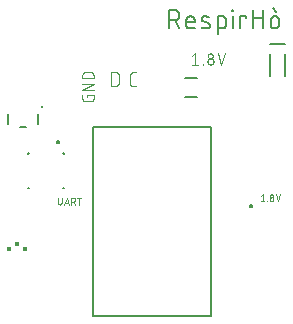
<source format=gbr>
G04 EAGLE Gerber RS-274X export*
G75*
%MOMM*%
%FSLAX34Y34*%
%LPD*%
%INSilkscreen Top*%
%IPPOS*%
%AMOC8*
5,1,8,0,0,1.08239X$1,22.5*%
G01*
%ADD10C,0.101600*%
%ADD11C,0.076200*%
%ADD12C,0.127000*%
%ADD13C,0.050800*%
%ADD14C,0.200000*%
%ADD15R,0.325000X0.425000*%
%ADD16R,0.350000X0.350000*%
%ADD17C,0.254000*%
%ADD18C,0.203200*%
%ADD19C,0.150000*%


D10*
X270877Y187960D02*
X268280Y187960D01*
X268181Y187962D01*
X268081Y187968D01*
X267982Y187977D01*
X267884Y187990D01*
X267786Y188007D01*
X267688Y188028D01*
X267592Y188053D01*
X267497Y188081D01*
X267403Y188113D01*
X267310Y188148D01*
X267218Y188187D01*
X267128Y188230D01*
X267040Y188275D01*
X266953Y188325D01*
X266869Y188377D01*
X266786Y188433D01*
X266706Y188491D01*
X266628Y188553D01*
X266553Y188618D01*
X266480Y188686D01*
X266410Y188756D01*
X266342Y188829D01*
X266277Y188904D01*
X266215Y188982D01*
X266157Y189062D01*
X266101Y189145D01*
X266049Y189229D01*
X265999Y189316D01*
X265954Y189404D01*
X265911Y189494D01*
X265872Y189586D01*
X265837Y189679D01*
X265805Y189773D01*
X265777Y189868D01*
X265752Y189964D01*
X265731Y190062D01*
X265714Y190160D01*
X265701Y190258D01*
X265692Y190357D01*
X265686Y190457D01*
X265684Y190556D01*
X265684Y197048D01*
X265686Y197147D01*
X265692Y197247D01*
X265701Y197346D01*
X265714Y197444D01*
X265731Y197542D01*
X265752Y197640D01*
X265777Y197736D01*
X265805Y197831D01*
X265837Y197925D01*
X265872Y198018D01*
X265911Y198110D01*
X265954Y198200D01*
X265999Y198288D01*
X266049Y198375D01*
X266101Y198459D01*
X266157Y198542D01*
X266215Y198622D01*
X266277Y198700D01*
X266342Y198775D01*
X266410Y198848D01*
X266480Y198918D01*
X266553Y198986D01*
X266628Y199051D01*
X266706Y199113D01*
X266786Y199171D01*
X266869Y199227D01*
X266953Y199279D01*
X267040Y199329D01*
X267128Y199374D01*
X267218Y199417D01*
X267310Y199456D01*
X267402Y199491D01*
X267497Y199523D01*
X267592Y199551D01*
X267688Y199576D01*
X267786Y199597D01*
X267884Y199614D01*
X267982Y199627D01*
X268081Y199636D01*
X268181Y199642D01*
X268280Y199644D01*
X270877Y199644D01*
X249936Y199644D02*
X249936Y187960D01*
X249936Y199644D02*
X253182Y199644D01*
X253295Y199642D01*
X253408Y199636D01*
X253521Y199626D01*
X253634Y199612D01*
X253746Y199595D01*
X253857Y199573D01*
X253967Y199548D01*
X254077Y199518D01*
X254185Y199485D01*
X254292Y199448D01*
X254398Y199408D01*
X254502Y199363D01*
X254605Y199315D01*
X254706Y199264D01*
X254805Y199209D01*
X254902Y199151D01*
X254997Y199089D01*
X255090Y199024D01*
X255180Y198956D01*
X255268Y198885D01*
X255354Y198810D01*
X255437Y198733D01*
X255517Y198653D01*
X255594Y198570D01*
X255669Y198484D01*
X255740Y198396D01*
X255808Y198306D01*
X255873Y198213D01*
X255935Y198118D01*
X255993Y198021D01*
X256048Y197922D01*
X256099Y197821D01*
X256147Y197718D01*
X256192Y197614D01*
X256232Y197508D01*
X256269Y197401D01*
X256302Y197293D01*
X256332Y197183D01*
X256357Y197073D01*
X256379Y196962D01*
X256396Y196850D01*
X256410Y196737D01*
X256420Y196624D01*
X256426Y196511D01*
X256428Y196398D01*
X256427Y196398D02*
X256427Y191206D01*
X256428Y191206D02*
X256426Y191093D01*
X256420Y190980D01*
X256410Y190867D01*
X256396Y190754D01*
X256379Y190642D01*
X256357Y190531D01*
X256332Y190421D01*
X256302Y190311D01*
X256269Y190203D01*
X256232Y190096D01*
X256192Y189990D01*
X256147Y189886D01*
X256099Y189783D01*
X256048Y189682D01*
X255993Y189583D01*
X255935Y189486D01*
X255873Y189391D01*
X255808Y189298D01*
X255740Y189208D01*
X255669Y189120D01*
X255594Y189034D01*
X255517Y188951D01*
X255437Y188871D01*
X255354Y188794D01*
X255268Y188719D01*
X255180Y188648D01*
X255090Y188580D01*
X254997Y188515D01*
X254902Y188453D01*
X254805Y188395D01*
X254706Y188340D01*
X254605Y188289D01*
X254502Y188241D01*
X254398Y188196D01*
X254292Y188156D01*
X254185Y188119D01*
X254077Y188086D01*
X253967Y188056D01*
X253857Y188031D01*
X253746Y188009D01*
X253634Y187992D01*
X253521Y187978D01*
X253408Y187968D01*
X253295Y187962D01*
X253182Y187960D01*
X249936Y187960D01*
D11*
X229602Y180264D02*
X229602Y178697D01*
X229602Y180264D02*
X234823Y180264D01*
X234823Y177131D01*
X234821Y177042D01*
X234815Y176954D01*
X234806Y176866D01*
X234793Y176778D01*
X234776Y176691D01*
X234756Y176605D01*
X234731Y176520D01*
X234704Y176435D01*
X234672Y176352D01*
X234638Y176271D01*
X234599Y176191D01*
X234558Y176113D01*
X234513Y176036D01*
X234465Y175962D01*
X234414Y175889D01*
X234360Y175819D01*
X234302Y175752D01*
X234242Y175686D01*
X234180Y175624D01*
X234114Y175564D01*
X234047Y175506D01*
X233977Y175452D01*
X233904Y175401D01*
X233830Y175353D01*
X233753Y175308D01*
X233675Y175267D01*
X233595Y175228D01*
X233514Y175194D01*
X233431Y175162D01*
X233346Y175135D01*
X233261Y175110D01*
X233175Y175090D01*
X233088Y175073D01*
X233000Y175060D01*
X232912Y175051D01*
X232824Y175045D01*
X232735Y175043D01*
X227513Y175043D01*
X227513Y175042D02*
X227422Y175044D01*
X227331Y175050D01*
X227240Y175060D01*
X227150Y175074D01*
X227061Y175092D01*
X226972Y175113D01*
X226885Y175139D01*
X226799Y175168D01*
X226714Y175201D01*
X226630Y175238D01*
X226548Y175278D01*
X226469Y175322D01*
X226391Y175369D01*
X226315Y175420D01*
X226241Y175474D01*
X226170Y175531D01*
X226102Y175591D01*
X226036Y175654D01*
X225973Y175720D01*
X225913Y175788D01*
X225856Y175859D01*
X225802Y175933D01*
X225751Y176009D01*
X225704Y176086D01*
X225660Y176166D01*
X225620Y176248D01*
X225583Y176332D01*
X225550Y176416D01*
X225521Y176503D01*
X225495Y176590D01*
X225474Y176679D01*
X225456Y176768D01*
X225442Y176858D01*
X225432Y176949D01*
X225426Y177040D01*
X225424Y177131D01*
X225425Y177131D02*
X225425Y180264D01*
X225425Y184796D02*
X234823Y184796D01*
X234823Y190017D02*
X225425Y184796D01*
X225425Y190017D02*
X234823Y190017D01*
X234823Y194550D02*
X225425Y194550D01*
X225425Y197160D01*
X225427Y197260D01*
X225433Y197360D01*
X225442Y197459D01*
X225456Y197559D01*
X225473Y197657D01*
X225494Y197755D01*
X225518Y197852D01*
X225547Y197948D01*
X225579Y198043D01*
X225614Y198136D01*
X225653Y198228D01*
X225696Y198319D01*
X225742Y198407D01*
X225792Y198494D01*
X225844Y198579D01*
X225900Y198662D01*
X225959Y198743D01*
X226022Y198821D01*
X226087Y198897D01*
X226155Y198971D01*
X226225Y199041D01*
X226299Y199109D01*
X226375Y199174D01*
X226453Y199237D01*
X226534Y199296D01*
X226617Y199352D01*
X226702Y199404D01*
X226789Y199454D01*
X226877Y199500D01*
X226968Y199543D01*
X227060Y199582D01*
X227153Y199617D01*
X227248Y199649D01*
X227344Y199678D01*
X227441Y199702D01*
X227539Y199723D01*
X227637Y199740D01*
X227737Y199754D01*
X227836Y199763D01*
X227936Y199769D01*
X228036Y199771D01*
X232212Y199771D01*
X232312Y199769D01*
X232412Y199763D01*
X232511Y199754D01*
X232611Y199740D01*
X232709Y199723D01*
X232807Y199702D01*
X232904Y199678D01*
X233000Y199649D01*
X233095Y199617D01*
X233188Y199582D01*
X233280Y199543D01*
X233371Y199500D01*
X233459Y199454D01*
X233546Y199404D01*
X233631Y199352D01*
X233714Y199296D01*
X233795Y199237D01*
X233873Y199174D01*
X233949Y199109D01*
X234023Y199041D01*
X234093Y198971D01*
X234161Y198897D01*
X234226Y198821D01*
X234289Y198743D01*
X234348Y198662D01*
X234404Y198579D01*
X234456Y198494D01*
X234506Y198407D01*
X234552Y198319D01*
X234595Y198228D01*
X234634Y198136D01*
X234669Y198043D01*
X234701Y197948D01*
X234730Y197852D01*
X234754Y197755D01*
X234775Y197657D01*
X234792Y197559D01*
X234806Y197459D01*
X234815Y197360D01*
X234821Y197260D01*
X234823Y197160D01*
X234823Y194550D01*
D12*
X298831Y236855D02*
X298831Y252349D01*
X303135Y252349D01*
X303265Y252347D01*
X303395Y252341D01*
X303525Y252331D01*
X303654Y252318D01*
X303783Y252300D01*
X303911Y252279D01*
X304038Y252253D01*
X304165Y252224D01*
X304291Y252191D01*
X304415Y252154D01*
X304539Y252114D01*
X304661Y252069D01*
X304782Y252021D01*
X304901Y251970D01*
X305019Y251915D01*
X305135Y251856D01*
X305249Y251794D01*
X305362Y251728D01*
X305472Y251659D01*
X305580Y251587D01*
X305686Y251512D01*
X305789Y251433D01*
X305890Y251351D01*
X305989Y251267D01*
X306085Y251179D01*
X306178Y251088D01*
X306269Y250995D01*
X306357Y250899D01*
X306441Y250800D01*
X306523Y250699D01*
X306602Y250596D01*
X306677Y250490D01*
X306749Y250382D01*
X306818Y250272D01*
X306884Y250159D01*
X306946Y250045D01*
X307005Y249929D01*
X307060Y249811D01*
X307111Y249692D01*
X307159Y249571D01*
X307204Y249449D01*
X307244Y249325D01*
X307281Y249201D01*
X307314Y249075D01*
X307343Y248948D01*
X307369Y248821D01*
X307390Y248693D01*
X307408Y248564D01*
X307421Y248435D01*
X307431Y248305D01*
X307437Y248175D01*
X307439Y248045D01*
X307437Y247915D01*
X307431Y247785D01*
X307421Y247655D01*
X307408Y247526D01*
X307390Y247397D01*
X307369Y247269D01*
X307343Y247142D01*
X307314Y247015D01*
X307281Y246889D01*
X307244Y246765D01*
X307204Y246641D01*
X307159Y246519D01*
X307111Y246398D01*
X307060Y246279D01*
X307005Y246161D01*
X306946Y246045D01*
X306884Y245931D01*
X306818Y245818D01*
X306749Y245708D01*
X306677Y245600D01*
X306602Y245494D01*
X306523Y245391D01*
X306441Y245290D01*
X306357Y245191D01*
X306269Y245095D01*
X306178Y245002D01*
X306085Y244911D01*
X305989Y244823D01*
X305890Y244739D01*
X305789Y244657D01*
X305686Y244578D01*
X305580Y244503D01*
X305472Y244431D01*
X305362Y244362D01*
X305249Y244296D01*
X305135Y244234D01*
X305019Y244175D01*
X304901Y244120D01*
X304782Y244069D01*
X304661Y244021D01*
X304539Y243976D01*
X304415Y243936D01*
X304291Y243899D01*
X304165Y243866D01*
X304038Y243837D01*
X303911Y243811D01*
X303783Y243790D01*
X303654Y243772D01*
X303525Y243759D01*
X303395Y243749D01*
X303265Y243743D01*
X303135Y243741D01*
X298831Y243741D01*
X303996Y243741D02*
X307439Y236855D01*
X316063Y236855D02*
X320367Y236855D01*
X316063Y236855D02*
X315964Y236857D01*
X315865Y236863D01*
X315767Y236872D01*
X315669Y236885D01*
X315571Y236902D01*
X315475Y236923D01*
X315379Y236947D01*
X315284Y236975D01*
X315190Y237007D01*
X315098Y237042D01*
X315007Y237081D01*
X314917Y237123D01*
X314830Y237169D01*
X314744Y237218D01*
X314660Y237270D01*
X314578Y237325D01*
X314498Y237384D01*
X314420Y237445D01*
X314345Y237509D01*
X314273Y237577D01*
X314203Y237647D01*
X314135Y237719D01*
X314071Y237794D01*
X314010Y237872D01*
X313951Y237952D01*
X313896Y238034D01*
X313844Y238118D01*
X313795Y238204D01*
X313749Y238291D01*
X313707Y238381D01*
X313668Y238472D01*
X313633Y238564D01*
X313601Y238658D01*
X313573Y238753D01*
X313549Y238849D01*
X313528Y238945D01*
X313511Y239043D01*
X313498Y239141D01*
X313489Y239239D01*
X313483Y239338D01*
X313481Y239437D01*
X313481Y243741D01*
X313483Y243857D01*
X313489Y243973D01*
X313499Y244089D01*
X313512Y244205D01*
X313530Y244320D01*
X313551Y244434D01*
X313577Y244548D01*
X313606Y244660D01*
X313639Y244772D01*
X313676Y244882D01*
X313716Y244991D01*
X313760Y245099D01*
X313808Y245205D01*
X313859Y245309D01*
X313914Y245412D01*
X313972Y245513D01*
X314033Y245611D01*
X314098Y245708D01*
X314166Y245802D01*
X314237Y245894D01*
X314312Y245984D01*
X314389Y246071D01*
X314469Y246155D01*
X314552Y246236D01*
X314638Y246315D01*
X314726Y246391D01*
X314817Y246464D01*
X314910Y246533D01*
X315005Y246600D01*
X315103Y246663D01*
X315203Y246723D01*
X315304Y246779D01*
X315408Y246832D01*
X315513Y246882D01*
X315620Y246927D01*
X315728Y246970D01*
X315838Y247008D01*
X315949Y247043D01*
X316061Y247074D01*
X316174Y247101D01*
X316288Y247125D01*
X316403Y247144D01*
X316518Y247160D01*
X316634Y247172D01*
X316750Y247180D01*
X316866Y247184D01*
X316982Y247184D01*
X317098Y247180D01*
X317214Y247172D01*
X317330Y247160D01*
X317445Y247144D01*
X317560Y247125D01*
X317674Y247101D01*
X317787Y247074D01*
X317899Y247043D01*
X318010Y247008D01*
X318120Y246970D01*
X318228Y246927D01*
X318335Y246882D01*
X318440Y246832D01*
X318544Y246779D01*
X318646Y246723D01*
X318745Y246663D01*
X318843Y246600D01*
X318938Y246533D01*
X319031Y246464D01*
X319122Y246391D01*
X319210Y246315D01*
X319296Y246236D01*
X319379Y246155D01*
X319459Y246071D01*
X319536Y245984D01*
X319611Y245894D01*
X319682Y245802D01*
X319750Y245708D01*
X319815Y245611D01*
X319876Y245513D01*
X319934Y245412D01*
X319989Y245309D01*
X320040Y245205D01*
X320088Y245099D01*
X320132Y244991D01*
X320172Y244882D01*
X320209Y244772D01*
X320242Y244660D01*
X320271Y244548D01*
X320297Y244434D01*
X320318Y244320D01*
X320336Y244205D01*
X320349Y244089D01*
X320359Y243973D01*
X320365Y243857D01*
X320367Y243741D01*
X320367Y242020D01*
X313481Y242020D01*
X327656Y242880D02*
X331960Y241159D01*
X327656Y242881D02*
X327570Y242917D01*
X327485Y242958D01*
X327402Y243001D01*
X327321Y243049D01*
X327242Y243099D01*
X327165Y243153D01*
X327090Y243210D01*
X327018Y243270D01*
X326949Y243334D01*
X326882Y243400D01*
X326818Y243468D01*
X326757Y243540D01*
X326700Y243614D01*
X326645Y243690D01*
X326593Y243768D01*
X326545Y243849D01*
X326501Y243931D01*
X326459Y244016D01*
X326422Y244102D01*
X326388Y244189D01*
X326358Y244278D01*
X326331Y244368D01*
X326308Y244459D01*
X326289Y244551D01*
X326275Y244644D01*
X326263Y244737D01*
X326256Y244831D01*
X326253Y244924D01*
X326254Y245018D01*
X326259Y245112D01*
X326267Y245205D01*
X326280Y245298D01*
X326296Y245391D01*
X326317Y245482D01*
X326341Y245573D01*
X326369Y245663D01*
X326401Y245751D01*
X326436Y245838D01*
X326475Y245923D01*
X326517Y246007D01*
X326564Y246089D01*
X326613Y246168D01*
X326666Y246246D01*
X326722Y246321D01*
X326781Y246394D01*
X326843Y246465D01*
X326908Y246532D01*
X326976Y246597D01*
X327046Y246659D01*
X327119Y246718D01*
X327195Y246774D01*
X327272Y246827D01*
X327352Y246876D01*
X327434Y246922D01*
X327518Y246964D01*
X327603Y247003D01*
X327690Y247039D01*
X327778Y247070D01*
X327868Y247098D01*
X327959Y247122D01*
X328050Y247142D01*
X328143Y247159D01*
X328236Y247171D01*
X328329Y247180D01*
X328423Y247184D01*
X328517Y247185D01*
X328517Y247184D02*
X328752Y247178D01*
X328986Y247166D01*
X329221Y247149D01*
X329455Y247125D01*
X329688Y247097D01*
X329920Y247062D01*
X330152Y247022D01*
X330383Y246977D01*
X330612Y246926D01*
X330840Y246870D01*
X331067Y246808D01*
X331292Y246740D01*
X331516Y246667D01*
X331737Y246589D01*
X331957Y246506D01*
X332175Y246417D01*
X332390Y246323D01*
X331960Y241159D02*
X332046Y241123D01*
X332131Y241082D01*
X332214Y241039D01*
X332295Y240991D01*
X332374Y240941D01*
X332451Y240887D01*
X332526Y240830D01*
X332598Y240770D01*
X332667Y240706D01*
X332734Y240640D01*
X332798Y240572D01*
X332859Y240500D01*
X332916Y240426D01*
X332971Y240350D01*
X333023Y240272D01*
X333071Y240191D01*
X333115Y240109D01*
X333157Y240024D01*
X333194Y239938D01*
X333228Y239851D01*
X333258Y239762D01*
X333285Y239672D01*
X333308Y239581D01*
X333327Y239489D01*
X333341Y239396D01*
X333353Y239303D01*
X333360Y239209D01*
X333363Y239116D01*
X333362Y239022D01*
X333357Y238928D01*
X333349Y238835D01*
X333336Y238742D01*
X333320Y238649D01*
X333299Y238558D01*
X333275Y238467D01*
X333247Y238377D01*
X333215Y238289D01*
X333180Y238202D01*
X333141Y238117D01*
X333099Y238033D01*
X333052Y237951D01*
X333003Y237872D01*
X332950Y237794D01*
X332894Y237719D01*
X332835Y237646D01*
X332773Y237575D01*
X332708Y237508D01*
X332640Y237443D01*
X332570Y237381D01*
X332497Y237322D01*
X332421Y237266D01*
X332344Y237213D01*
X332264Y237164D01*
X332182Y237118D01*
X332098Y237076D01*
X332013Y237037D01*
X331926Y237001D01*
X331838Y236970D01*
X331748Y236942D01*
X331657Y236918D01*
X331566Y236898D01*
X331473Y236881D01*
X331380Y236869D01*
X331287Y236860D01*
X331193Y236856D01*
X331099Y236855D01*
X330753Y236865D01*
X330409Y236882D01*
X330064Y236907D01*
X329721Y236940D01*
X329378Y236982D01*
X329036Y237032D01*
X328696Y237089D01*
X328357Y237155D01*
X328019Y237229D01*
X327684Y237311D01*
X327351Y237400D01*
X327019Y237498D01*
X326691Y237603D01*
X326364Y237716D01*
X339812Y231690D02*
X339812Y247184D01*
X344116Y247184D01*
X344217Y247182D01*
X344319Y247176D01*
X344419Y247166D01*
X344520Y247152D01*
X344620Y247134D01*
X344719Y247113D01*
X344817Y247087D01*
X344914Y247058D01*
X345010Y247024D01*
X345104Y246987D01*
X345197Y246947D01*
X345288Y246903D01*
X345378Y246855D01*
X345465Y246804D01*
X345550Y246749D01*
X345634Y246691D01*
X345714Y246630D01*
X345793Y246565D01*
X345869Y246498D01*
X345942Y246428D01*
X346012Y246355D01*
X346079Y246279D01*
X346144Y246201D01*
X346205Y246120D01*
X346263Y246036D01*
X346318Y245951D01*
X346369Y245864D01*
X346417Y245774D01*
X346461Y245683D01*
X346501Y245590D01*
X346538Y245496D01*
X346572Y245400D01*
X346601Y245303D01*
X346627Y245205D01*
X346648Y245106D01*
X346666Y245006D01*
X346680Y244906D01*
X346690Y244805D01*
X346696Y244703D01*
X346698Y244602D01*
X346699Y244602D02*
X346699Y239437D01*
X346698Y239437D02*
X346696Y239338D01*
X346690Y239239D01*
X346681Y239141D01*
X346668Y239043D01*
X346651Y238945D01*
X346630Y238849D01*
X346606Y238753D01*
X346578Y238658D01*
X346546Y238564D01*
X346511Y238472D01*
X346472Y238381D01*
X346430Y238291D01*
X346384Y238204D01*
X346335Y238118D01*
X346283Y238034D01*
X346228Y237952D01*
X346169Y237872D01*
X346108Y237794D01*
X346044Y237719D01*
X345976Y237647D01*
X345906Y237577D01*
X345834Y237509D01*
X345759Y237445D01*
X345681Y237384D01*
X345601Y237325D01*
X345519Y237270D01*
X345435Y237218D01*
X345349Y237169D01*
X345262Y237123D01*
X345172Y237081D01*
X345081Y237042D01*
X344989Y237007D01*
X344895Y236975D01*
X344800Y236947D01*
X344704Y236923D01*
X344608Y236902D01*
X344510Y236885D01*
X344412Y236872D01*
X344314Y236863D01*
X344215Y236857D01*
X344116Y236855D01*
X339812Y236855D01*
X352602Y236855D02*
X352602Y247184D01*
X352172Y251488D02*
X352172Y252349D01*
X353032Y252349D01*
X353032Y251488D01*
X352172Y251488D01*
X359148Y247184D02*
X359148Y236855D01*
X359148Y247184D02*
X364312Y247184D01*
X364312Y245463D01*
X369606Y252349D02*
X369606Y236855D01*
X369606Y245463D02*
X378213Y245463D01*
X378213Y252349D02*
X378213Y236855D01*
X384837Y240298D02*
X384837Y243741D01*
X384839Y243857D01*
X384845Y243973D01*
X384855Y244089D01*
X384868Y244205D01*
X384886Y244320D01*
X384907Y244434D01*
X384933Y244548D01*
X384962Y244660D01*
X384995Y244772D01*
X385032Y244882D01*
X385072Y244991D01*
X385116Y245099D01*
X385164Y245205D01*
X385215Y245309D01*
X385270Y245412D01*
X385328Y245513D01*
X385389Y245611D01*
X385454Y245708D01*
X385522Y245802D01*
X385593Y245894D01*
X385668Y245984D01*
X385745Y246071D01*
X385825Y246155D01*
X385908Y246236D01*
X385994Y246315D01*
X386082Y246391D01*
X386173Y246464D01*
X386266Y246533D01*
X386361Y246600D01*
X386459Y246663D01*
X386559Y246723D01*
X386660Y246779D01*
X386764Y246832D01*
X386869Y246882D01*
X386976Y246927D01*
X387084Y246970D01*
X387194Y247008D01*
X387305Y247043D01*
X387417Y247074D01*
X387530Y247101D01*
X387644Y247125D01*
X387759Y247144D01*
X387874Y247160D01*
X387990Y247172D01*
X388106Y247180D01*
X388222Y247184D01*
X388338Y247184D01*
X388454Y247180D01*
X388570Y247172D01*
X388686Y247160D01*
X388801Y247144D01*
X388916Y247125D01*
X389030Y247101D01*
X389143Y247074D01*
X389255Y247043D01*
X389366Y247008D01*
X389476Y246970D01*
X389584Y246927D01*
X389691Y246882D01*
X389796Y246832D01*
X389900Y246779D01*
X390002Y246723D01*
X390101Y246663D01*
X390199Y246600D01*
X390294Y246533D01*
X390387Y246464D01*
X390478Y246391D01*
X390566Y246315D01*
X390652Y246236D01*
X390735Y246155D01*
X390815Y246071D01*
X390892Y245984D01*
X390967Y245894D01*
X391038Y245802D01*
X391106Y245708D01*
X391171Y245611D01*
X391232Y245513D01*
X391290Y245412D01*
X391345Y245309D01*
X391396Y245205D01*
X391444Y245099D01*
X391488Y244991D01*
X391528Y244882D01*
X391565Y244772D01*
X391598Y244660D01*
X391627Y244548D01*
X391653Y244434D01*
X391674Y244320D01*
X391692Y244205D01*
X391705Y244089D01*
X391715Y243973D01*
X391721Y243857D01*
X391723Y243741D01*
X391723Y240298D01*
X391721Y240182D01*
X391715Y240066D01*
X391705Y239950D01*
X391692Y239834D01*
X391674Y239719D01*
X391653Y239605D01*
X391627Y239491D01*
X391598Y239379D01*
X391565Y239267D01*
X391528Y239157D01*
X391488Y239048D01*
X391444Y238940D01*
X391396Y238834D01*
X391345Y238730D01*
X391290Y238627D01*
X391232Y238526D01*
X391171Y238428D01*
X391106Y238331D01*
X391038Y238237D01*
X390967Y238145D01*
X390892Y238055D01*
X390815Y237968D01*
X390735Y237884D01*
X390652Y237803D01*
X390566Y237724D01*
X390478Y237648D01*
X390387Y237575D01*
X390294Y237506D01*
X390199Y237439D01*
X390101Y237376D01*
X390002Y237316D01*
X389900Y237260D01*
X389796Y237207D01*
X389691Y237157D01*
X389584Y237112D01*
X389476Y237069D01*
X389366Y237031D01*
X389255Y236996D01*
X389143Y236965D01*
X389030Y236938D01*
X388916Y236914D01*
X388801Y236895D01*
X388686Y236879D01*
X388570Y236867D01*
X388454Y236859D01*
X388338Y236855D01*
X388222Y236855D01*
X388106Y236859D01*
X387990Y236867D01*
X387874Y236879D01*
X387759Y236895D01*
X387644Y236914D01*
X387530Y236938D01*
X387417Y236965D01*
X387305Y236996D01*
X387194Y237031D01*
X387084Y237069D01*
X386976Y237112D01*
X386869Y237157D01*
X386764Y237207D01*
X386660Y237260D01*
X386559Y237316D01*
X386459Y237376D01*
X386361Y237439D01*
X386266Y237506D01*
X386173Y237575D01*
X386082Y237648D01*
X385994Y237724D01*
X385908Y237803D01*
X385825Y237884D01*
X385745Y237968D01*
X385668Y238055D01*
X385593Y238145D01*
X385522Y238237D01*
X385454Y238331D01*
X385389Y238428D01*
X385328Y238526D01*
X385270Y238627D01*
X385215Y238730D01*
X385164Y238834D01*
X385116Y238940D01*
X385072Y239048D01*
X385032Y239157D01*
X384995Y239267D01*
X384962Y239379D01*
X384933Y239491D01*
X384907Y239605D01*
X384886Y239719D01*
X384868Y239834D01*
X384855Y239950D01*
X384845Y240066D01*
X384839Y240182D01*
X384837Y240298D01*
X389141Y251058D02*
X386558Y254071D01*
D13*
X377908Y96266D02*
X376356Y95024D01*
X377908Y96266D02*
X377908Y90678D01*
X376356Y90678D02*
X379460Y90678D01*
X381593Y90678D02*
X381593Y90988D01*
X381904Y90988D01*
X381904Y90678D01*
X381593Y90678D01*
X384037Y92230D02*
X384039Y92307D01*
X384045Y92385D01*
X384054Y92461D01*
X384068Y92538D01*
X384085Y92613D01*
X384106Y92687D01*
X384131Y92761D01*
X384159Y92833D01*
X384191Y92903D01*
X384226Y92972D01*
X384265Y93039D01*
X384307Y93104D01*
X384352Y93167D01*
X384400Y93228D01*
X384451Y93286D01*
X384505Y93341D01*
X384562Y93394D01*
X384621Y93443D01*
X384683Y93490D01*
X384747Y93534D01*
X384813Y93574D01*
X384881Y93611D01*
X384951Y93645D01*
X385022Y93675D01*
X385095Y93701D01*
X385169Y93724D01*
X385244Y93743D01*
X385319Y93758D01*
X385396Y93770D01*
X385473Y93778D01*
X385550Y93782D01*
X385628Y93782D01*
X385705Y93778D01*
X385782Y93770D01*
X385859Y93758D01*
X385934Y93743D01*
X386009Y93724D01*
X386083Y93701D01*
X386156Y93675D01*
X386227Y93645D01*
X386297Y93611D01*
X386365Y93574D01*
X386431Y93534D01*
X386495Y93490D01*
X386557Y93443D01*
X386616Y93394D01*
X386673Y93341D01*
X386727Y93286D01*
X386778Y93228D01*
X386826Y93167D01*
X386871Y93104D01*
X386913Y93039D01*
X386952Y92972D01*
X386987Y92903D01*
X387019Y92833D01*
X387047Y92761D01*
X387072Y92687D01*
X387093Y92613D01*
X387110Y92538D01*
X387124Y92461D01*
X387133Y92385D01*
X387139Y92307D01*
X387141Y92230D01*
X387139Y92153D01*
X387133Y92075D01*
X387124Y91999D01*
X387110Y91922D01*
X387093Y91847D01*
X387072Y91773D01*
X387047Y91699D01*
X387019Y91627D01*
X386987Y91557D01*
X386952Y91488D01*
X386913Y91421D01*
X386871Y91356D01*
X386826Y91293D01*
X386778Y91232D01*
X386727Y91174D01*
X386673Y91119D01*
X386616Y91066D01*
X386557Y91017D01*
X386495Y90970D01*
X386431Y90926D01*
X386365Y90886D01*
X386297Y90849D01*
X386227Y90815D01*
X386156Y90785D01*
X386083Y90759D01*
X386009Y90736D01*
X385934Y90717D01*
X385859Y90702D01*
X385782Y90690D01*
X385705Y90682D01*
X385628Y90678D01*
X385550Y90678D01*
X385473Y90682D01*
X385396Y90690D01*
X385319Y90702D01*
X385244Y90717D01*
X385169Y90736D01*
X385095Y90759D01*
X385022Y90785D01*
X384951Y90815D01*
X384881Y90849D01*
X384813Y90886D01*
X384747Y90926D01*
X384683Y90970D01*
X384621Y91017D01*
X384562Y91066D01*
X384505Y91119D01*
X384451Y91174D01*
X384400Y91232D01*
X384352Y91293D01*
X384307Y91356D01*
X384265Y91421D01*
X384226Y91488D01*
X384191Y91557D01*
X384159Y91627D01*
X384131Y91699D01*
X384106Y91773D01*
X384085Y91847D01*
X384068Y91922D01*
X384054Y91999D01*
X384045Y92075D01*
X384039Y92153D01*
X384037Y92230D01*
X384347Y95024D02*
X384349Y95094D01*
X384355Y95163D01*
X384365Y95232D01*
X384378Y95300D01*
X384396Y95368D01*
X384417Y95434D01*
X384442Y95499D01*
X384470Y95563D01*
X384502Y95625D01*
X384537Y95685D01*
X384576Y95743D01*
X384618Y95798D01*
X384663Y95852D01*
X384711Y95902D01*
X384761Y95950D01*
X384815Y95995D01*
X384870Y96037D01*
X384928Y96076D01*
X384988Y96111D01*
X385050Y96143D01*
X385114Y96171D01*
X385179Y96196D01*
X385245Y96217D01*
X385313Y96235D01*
X385381Y96248D01*
X385450Y96258D01*
X385519Y96264D01*
X385589Y96266D01*
X385659Y96264D01*
X385728Y96258D01*
X385797Y96248D01*
X385865Y96235D01*
X385933Y96217D01*
X385999Y96196D01*
X386064Y96171D01*
X386128Y96143D01*
X386190Y96111D01*
X386250Y96076D01*
X386308Y96037D01*
X386363Y95995D01*
X386417Y95950D01*
X386467Y95902D01*
X386515Y95852D01*
X386560Y95798D01*
X386602Y95743D01*
X386641Y95685D01*
X386676Y95625D01*
X386708Y95563D01*
X386736Y95499D01*
X386761Y95434D01*
X386782Y95368D01*
X386800Y95300D01*
X386813Y95232D01*
X386823Y95163D01*
X386829Y95094D01*
X386831Y95024D01*
X386829Y94954D01*
X386823Y94885D01*
X386813Y94816D01*
X386800Y94748D01*
X386782Y94680D01*
X386761Y94614D01*
X386736Y94549D01*
X386708Y94485D01*
X386676Y94423D01*
X386641Y94363D01*
X386602Y94305D01*
X386560Y94250D01*
X386515Y94196D01*
X386467Y94146D01*
X386417Y94098D01*
X386363Y94053D01*
X386308Y94011D01*
X386250Y93972D01*
X386190Y93937D01*
X386128Y93905D01*
X386064Y93877D01*
X385999Y93852D01*
X385933Y93831D01*
X385865Y93813D01*
X385797Y93800D01*
X385728Y93790D01*
X385659Y93784D01*
X385589Y93782D01*
X385519Y93784D01*
X385450Y93790D01*
X385381Y93800D01*
X385313Y93813D01*
X385245Y93831D01*
X385179Y93852D01*
X385114Y93877D01*
X385050Y93905D01*
X384988Y93937D01*
X384928Y93972D01*
X384870Y94011D01*
X384815Y94053D01*
X384761Y94098D01*
X384711Y94146D01*
X384663Y94196D01*
X384618Y94250D01*
X384576Y94305D01*
X384537Y94363D01*
X384502Y94423D01*
X384470Y94485D01*
X384442Y94549D01*
X384417Y94614D01*
X384396Y94680D01*
X384378Y94748D01*
X384365Y94816D01*
X384355Y94885D01*
X384349Y94954D01*
X384347Y95024D01*
X389213Y96266D02*
X391075Y90678D01*
X392938Y96266D01*
X204718Y93218D02*
X204718Y89182D01*
X204719Y89182D02*
X204721Y89105D01*
X204727Y89027D01*
X204736Y88951D01*
X204750Y88874D01*
X204767Y88799D01*
X204788Y88725D01*
X204813Y88651D01*
X204841Y88579D01*
X204873Y88509D01*
X204908Y88440D01*
X204947Y88373D01*
X204989Y88308D01*
X205034Y88245D01*
X205082Y88184D01*
X205133Y88126D01*
X205187Y88071D01*
X205244Y88018D01*
X205303Y87969D01*
X205365Y87922D01*
X205429Y87878D01*
X205495Y87838D01*
X205563Y87801D01*
X205633Y87767D01*
X205704Y87737D01*
X205777Y87711D01*
X205851Y87688D01*
X205926Y87669D01*
X206001Y87654D01*
X206078Y87642D01*
X206155Y87634D01*
X206232Y87630D01*
X206310Y87630D01*
X206387Y87634D01*
X206464Y87642D01*
X206541Y87654D01*
X206616Y87669D01*
X206691Y87688D01*
X206765Y87711D01*
X206838Y87737D01*
X206909Y87767D01*
X206979Y87801D01*
X207047Y87838D01*
X207113Y87878D01*
X207177Y87922D01*
X207239Y87969D01*
X207298Y88018D01*
X207355Y88071D01*
X207409Y88126D01*
X207460Y88184D01*
X207508Y88245D01*
X207553Y88308D01*
X207595Y88373D01*
X207634Y88440D01*
X207669Y88509D01*
X207701Y88579D01*
X207729Y88651D01*
X207754Y88725D01*
X207775Y88799D01*
X207792Y88874D01*
X207806Y88951D01*
X207815Y89027D01*
X207821Y89105D01*
X207823Y89182D01*
X207823Y93218D01*
X211940Y93218D02*
X210077Y87630D01*
X213803Y87630D02*
X211940Y93218D01*
X213337Y89027D02*
X210543Y89027D01*
X216093Y87630D02*
X216093Y93218D01*
X217645Y93218D01*
X217722Y93216D01*
X217800Y93210D01*
X217876Y93201D01*
X217953Y93187D01*
X218028Y93170D01*
X218102Y93149D01*
X218176Y93124D01*
X218248Y93096D01*
X218318Y93064D01*
X218387Y93029D01*
X218454Y92990D01*
X218519Y92948D01*
X218582Y92903D01*
X218643Y92855D01*
X218701Y92804D01*
X218756Y92750D01*
X218809Y92693D01*
X218858Y92634D01*
X218905Y92572D01*
X218949Y92508D01*
X218989Y92442D01*
X219026Y92374D01*
X219060Y92304D01*
X219090Y92233D01*
X219116Y92160D01*
X219139Y92086D01*
X219158Y92011D01*
X219173Y91936D01*
X219185Y91859D01*
X219193Y91782D01*
X219197Y91705D01*
X219197Y91627D01*
X219193Y91550D01*
X219185Y91473D01*
X219173Y91396D01*
X219158Y91321D01*
X219139Y91246D01*
X219116Y91172D01*
X219090Y91099D01*
X219060Y91028D01*
X219026Y90958D01*
X218989Y90890D01*
X218949Y90824D01*
X218905Y90760D01*
X218858Y90698D01*
X218809Y90639D01*
X218756Y90582D01*
X218701Y90528D01*
X218643Y90477D01*
X218582Y90429D01*
X218519Y90384D01*
X218454Y90342D01*
X218387Y90303D01*
X218318Y90268D01*
X218248Y90236D01*
X218176Y90208D01*
X218102Y90183D01*
X218028Y90162D01*
X217953Y90145D01*
X217876Y90131D01*
X217800Y90122D01*
X217722Y90116D01*
X217645Y90114D01*
X216093Y90114D01*
X217956Y90114D02*
X219197Y87630D01*
X222730Y87630D02*
X222730Y93218D01*
X221178Y93218D02*
X224282Y93218D01*
D11*
X318386Y213431D02*
X320997Y215519D01*
X320997Y206121D01*
X323607Y206121D02*
X318386Y206121D01*
X327137Y206121D02*
X327137Y206643D01*
X327659Y206643D01*
X327659Y206121D01*
X327137Y206121D01*
X331187Y208732D02*
X331189Y208833D01*
X331195Y208934D01*
X331205Y209035D01*
X331218Y209135D01*
X331236Y209235D01*
X331257Y209334D01*
X331283Y209432D01*
X331312Y209529D01*
X331344Y209625D01*
X331381Y209719D01*
X331421Y209812D01*
X331465Y209904D01*
X331512Y209993D01*
X331563Y210081D01*
X331617Y210167D01*
X331674Y210250D01*
X331734Y210332D01*
X331798Y210410D01*
X331864Y210487D01*
X331934Y210560D01*
X332006Y210631D01*
X332081Y210699D01*
X332159Y210764D01*
X332239Y210826D01*
X332321Y210885D01*
X332406Y210941D01*
X332493Y210993D01*
X332581Y211042D01*
X332672Y211088D01*
X332764Y211129D01*
X332858Y211168D01*
X332953Y211202D01*
X333049Y211233D01*
X333147Y211260D01*
X333245Y211284D01*
X333345Y211303D01*
X333445Y211319D01*
X333545Y211331D01*
X333646Y211339D01*
X333747Y211343D01*
X333849Y211343D01*
X333950Y211339D01*
X334051Y211331D01*
X334151Y211319D01*
X334251Y211303D01*
X334351Y211284D01*
X334449Y211260D01*
X334547Y211233D01*
X334643Y211202D01*
X334738Y211168D01*
X334832Y211129D01*
X334924Y211088D01*
X335015Y211042D01*
X335104Y210993D01*
X335190Y210941D01*
X335275Y210885D01*
X335357Y210826D01*
X335437Y210764D01*
X335515Y210699D01*
X335590Y210631D01*
X335662Y210560D01*
X335732Y210487D01*
X335798Y210410D01*
X335862Y210332D01*
X335922Y210250D01*
X335979Y210167D01*
X336033Y210081D01*
X336084Y209993D01*
X336131Y209904D01*
X336175Y209812D01*
X336215Y209719D01*
X336252Y209625D01*
X336284Y209529D01*
X336313Y209432D01*
X336339Y209334D01*
X336360Y209235D01*
X336378Y209135D01*
X336391Y209035D01*
X336401Y208934D01*
X336407Y208833D01*
X336409Y208732D01*
X336407Y208631D01*
X336401Y208530D01*
X336391Y208429D01*
X336378Y208329D01*
X336360Y208229D01*
X336339Y208130D01*
X336313Y208032D01*
X336284Y207935D01*
X336252Y207839D01*
X336215Y207745D01*
X336175Y207652D01*
X336131Y207560D01*
X336084Y207471D01*
X336033Y207383D01*
X335979Y207297D01*
X335922Y207214D01*
X335862Y207132D01*
X335798Y207054D01*
X335732Y206977D01*
X335662Y206904D01*
X335590Y206833D01*
X335515Y206765D01*
X335437Y206700D01*
X335357Y206638D01*
X335275Y206579D01*
X335190Y206523D01*
X335103Y206471D01*
X335015Y206422D01*
X334924Y206376D01*
X334832Y206335D01*
X334738Y206296D01*
X334643Y206262D01*
X334547Y206231D01*
X334449Y206204D01*
X334351Y206180D01*
X334251Y206161D01*
X334151Y206145D01*
X334051Y206133D01*
X333950Y206125D01*
X333849Y206121D01*
X333747Y206121D01*
X333646Y206125D01*
X333545Y206133D01*
X333445Y206145D01*
X333345Y206161D01*
X333245Y206180D01*
X333147Y206204D01*
X333049Y206231D01*
X332953Y206262D01*
X332858Y206296D01*
X332764Y206335D01*
X332672Y206376D01*
X332581Y206422D01*
X332493Y206471D01*
X332406Y206523D01*
X332321Y206579D01*
X332239Y206638D01*
X332159Y206700D01*
X332081Y206765D01*
X332006Y206833D01*
X331934Y206904D01*
X331864Y206977D01*
X331798Y207054D01*
X331734Y207132D01*
X331674Y207214D01*
X331617Y207297D01*
X331563Y207383D01*
X331512Y207471D01*
X331465Y207560D01*
X331421Y207652D01*
X331381Y207745D01*
X331344Y207839D01*
X331312Y207935D01*
X331283Y208032D01*
X331257Y208130D01*
X331236Y208229D01*
X331218Y208329D01*
X331205Y208429D01*
X331195Y208530D01*
X331189Y208631D01*
X331187Y208732D01*
X331710Y213431D02*
X331712Y213521D01*
X331718Y213610D01*
X331727Y213700D01*
X331741Y213789D01*
X331758Y213877D01*
X331779Y213964D01*
X331804Y214051D01*
X331833Y214136D01*
X331865Y214220D01*
X331900Y214302D01*
X331940Y214383D01*
X331982Y214462D01*
X332028Y214539D01*
X332078Y214614D01*
X332130Y214687D01*
X332186Y214758D01*
X332244Y214826D01*
X332306Y214891D01*
X332370Y214954D01*
X332437Y215014D01*
X332506Y215071D01*
X332578Y215125D01*
X332652Y215176D01*
X332728Y215224D01*
X332806Y215268D01*
X332886Y215309D01*
X332968Y215347D01*
X333051Y215381D01*
X333136Y215411D01*
X333222Y215438D01*
X333308Y215461D01*
X333396Y215480D01*
X333485Y215495D01*
X333574Y215507D01*
X333663Y215515D01*
X333753Y215519D01*
X333843Y215519D01*
X333933Y215515D01*
X334022Y215507D01*
X334111Y215495D01*
X334200Y215480D01*
X334288Y215461D01*
X334374Y215438D01*
X334460Y215411D01*
X334545Y215381D01*
X334628Y215347D01*
X334710Y215309D01*
X334790Y215268D01*
X334868Y215224D01*
X334944Y215176D01*
X335018Y215125D01*
X335090Y215071D01*
X335159Y215014D01*
X335226Y214954D01*
X335290Y214891D01*
X335352Y214826D01*
X335410Y214758D01*
X335466Y214687D01*
X335518Y214614D01*
X335568Y214539D01*
X335614Y214462D01*
X335656Y214383D01*
X335696Y214302D01*
X335731Y214220D01*
X335763Y214136D01*
X335792Y214051D01*
X335817Y213964D01*
X335838Y213877D01*
X335855Y213789D01*
X335869Y213700D01*
X335878Y213610D01*
X335884Y213521D01*
X335886Y213431D01*
X335884Y213341D01*
X335878Y213252D01*
X335869Y213162D01*
X335855Y213073D01*
X335838Y212985D01*
X335817Y212898D01*
X335792Y212811D01*
X335763Y212726D01*
X335731Y212642D01*
X335696Y212560D01*
X335656Y212479D01*
X335614Y212400D01*
X335568Y212323D01*
X335518Y212248D01*
X335466Y212175D01*
X335410Y212104D01*
X335352Y212036D01*
X335290Y211971D01*
X335226Y211908D01*
X335159Y211848D01*
X335090Y211791D01*
X335018Y211737D01*
X334944Y211686D01*
X334868Y211638D01*
X334790Y211594D01*
X334710Y211553D01*
X334628Y211515D01*
X334545Y211481D01*
X334460Y211451D01*
X334374Y211424D01*
X334288Y211401D01*
X334200Y211382D01*
X334111Y211367D01*
X334022Y211355D01*
X333933Y211347D01*
X333843Y211343D01*
X333753Y211343D01*
X333663Y211347D01*
X333574Y211355D01*
X333485Y211367D01*
X333396Y211382D01*
X333308Y211401D01*
X333222Y211424D01*
X333136Y211451D01*
X333051Y211481D01*
X332968Y211515D01*
X332886Y211553D01*
X332806Y211594D01*
X332728Y211638D01*
X332652Y211686D01*
X332578Y211737D01*
X332506Y211791D01*
X332437Y211848D01*
X332370Y211908D01*
X332306Y211971D01*
X332244Y212036D01*
X332186Y212104D01*
X332130Y212175D01*
X332078Y212248D01*
X332028Y212323D01*
X331982Y212400D01*
X331940Y212479D01*
X331900Y212560D01*
X331865Y212642D01*
X331833Y212726D01*
X331804Y212811D01*
X331779Y212898D01*
X331758Y212985D01*
X331741Y213073D01*
X331727Y213162D01*
X331718Y213252D01*
X331712Y213341D01*
X331710Y213431D01*
X339810Y215519D02*
X342942Y206121D01*
X346075Y215519D01*
D14*
X367300Y86552D02*
X367302Y86615D01*
X367308Y86677D01*
X367318Y86739D01*
X367331Y86801D01*
X367349Y86861D01*
X367370Y86920D01*
X367395Y86978D01*
X367424Y87034D01*
X367456Y87088D01*
X367491Y87140D01*
X367529Y87189D01*
X367571Y87237D01*
X367615Y87281D01*
X367663Y87323D01*
X367712Y87361D01*
X367764Y87396D01*
X367818Y87428D01*
X367874Y87457D01*
X367932Y87482D01*
X367991Y87503D01*
X368051Y87521D01*
X368113Y87534D01*
X368175Y87544D01*
X368237Y87550D01*
X368300Y87552D01*
X368363Y87550D01*
X368425Y87544D01*
X368487Y87534D01*
X368549Y87521D01*
X368609Y87503D01*
X368668Y87482D01*
X368726Y87457D01*
X368782Y87428D01*
X368836Y87396D01*
X368888Y87361D01*
X368937Y87323D01*
X368985Y87281D01*
X369029Y87237D01*
X369071Y87189D01*
X369109Y87140D01*
X369144Y87088D01*
X369176Y87034D01*
X369205Y86978D01*
X369230Y86920D01*
X369251Y86861D01*
X369269Y86801D01*
X369282Y86739D01*
X369292Y86677D01*
X369298Y86615D01*
X369300Y86552D01*
X369298Y86489D01*
X369292Y86427D01*
X369282Y86365D01*
X369269Y86303D01*
X369251Y86243D01*
X369230Y86184D01*
X369205Y86126D01*
X369176Y86070D01*
X369144Y86016D01*
X369109Y85964D01*
X369071Y85915D01*
X369029Y85867D01*
X368985Y85823D01*
X368937Y85781D01*
X368888Y85743D01*
X368836Y85708D01*
X368782Y85676D01*
X368726Y85647D01*
X368668Y85622D01*
X368609Y85601D01*
X368549Y85583D01*
X368487Y85570D01*
X368425Y85560D01*
X368363Y85554D01*
X368300Y85552D01*
X368237Y85554D01*
X368175Y85560D01*
X368113Y85570D01*
X368051Y85583D01*
X367991Y85601D01*
X367932Y85622D01*
X367874Y85647D01*
X367818Y85676D01*
X367764Y85708D01*
X367712Y85743D01*
X367663Y85781D01*
X367615Y85823D01*
X367571Y85867D01*
X367529Y85915D01*
X367491Y85964D01*
X367456Y86016D01*
X367424Y86070D01*
X367395Y86126D01*
X367370Y86184D01*
X367349Y86243D01*
X367331Y86303D01*
X367318Y86365D01*
X367308Y86427D01*
X367302Y86489D01*
X367300Y86552D01*
D15*
X177055Y50255D03*
X163305Y50255D03*
D16*
X170180Y54130D03*
D12*
X234480Y-6340D02*
X334480Y-6340D01*
X234480Y-6340D02*
X234480Y153660D01*
X334480Y153660D01*
X334480Y-6340D01*
X209564Y130632D02*
X209564Y131332D01*
X208864Y131332D01*
D14*
X203564Y140332D02*
X203566Y140395D01*
X203572Y140457D01*
X203582Y140519D01*
X203595Y140581D01*
X203613Y140641D01*
X203634Y140700D01*
X203659Y140758D01*
X203688Y140814D01*
X203720Y140868D01*
X203755Y140920D01*
X203793Y140969D01*
X203835Y141017D01*
X203879Y141061D01*
X203927Y141103D01*
X203976Y141141D01*
X204028Y141176D01*
X204082Y141208D01*
X204138Y141237D01*
X204196Y141262D01*
X204255Y141283D01*
X204315Y141301D01*
X204377Y141314D01*
X204439Y141324D01*
X204501Y141330D01*
X204564Y141332D01*
X204627Y141330D01*
X204689Y141324D01*
X204751Y141314D01*
X204813Y141301D01*
X204873Y141283D01*
X204932Y141262D01*
X204990Y141237D01*
X205046Y141208D01*
X205100Y141176D01*
X205152Y141141D01*
X205201Y141103D01*
X205249Y141061D01*
X205293Y141017D01*
X205335Y140969D01*
X205373Y140920D01*
X205408Y140868D01*
X205440Y140814D01*
X205469Y140758D01*
X205494Y140700D01*
X205515Y140641D01*
X205533Y140581D01*
X205546Y140519D01*
X205556Y140457D01*
X205562Y140395D01*
X205564Y140332D01*
X205562Y140269D01*
X205556Y140207D01*
X205546Y140145D01*
X205533Y140083D01*
X205515Y140023D01*
X205494Y139964D01*
X205469Y139906D01*
X205440Y139850D01*
X205408Y139796D01*
X205373Y139744D01*
X205335Y139695D01*
X205293Y139647D01*
X205249Y139603D01*
X205201Y139561D01*
X205152Y139523D01*
X205100Y139488D01*
X205046Y139456D01*
X204990Y139427D01*
X204932Y139402D01*
X204873Y139381D01*
X204813Y139363D01*
X204751Y139350D01*
X204689Y139340D01*
X204627Y139334D01*
X204564Y139332D01*
X204501Y139334D01*
X204439Y139340D01*
X204377Y139350D01*
X204315Y139363D01*
X204255Y139381D01*
X204196Y139402D01*
X204138Y139427D01*
X204082Y139456D01*
X204028Y139488D01*
X203976Y139523D01*
X203927Y139561D01*
X203879Y139603D01*
X203835Y139647D01*
X203793Y139695D01*
X203755Y139744D01*
X203720Y139796D01*
X203688Y139850D01*
X203659Y139906D01*
X203634Y139964D01*
X203613Y140023D01*
X203595Y140083D01*
X203582Y140145D01*
X203572Y140207D01*
X203566Y140269D01*
X203564Y140332D01*
D12*
X180264Y131332D02*
X179564Y131332D01*
X179564Y130632D01*
X179564Y102032D02*
X179564Y101332D01*
X180264Y101332D01*
X208864Y101332D02*
X209564Y101332D01*
X209564Y102032D01*
D17*
X191262Y170180D03*
D18*
X162560Y164314D02*
X162560Y155726D01*
X187960Y155726D02*
X187960Y164314D01*
X177944Y152932D02*
X172576Y152932D01*
D19*
X312500Y178944D02*
X322500Y178944D01*
X322500Y194944D02*
X312500Y194944D01*
D18*
X384402Y223440D02*
X396902Y223440D01*
X396902Y214740D02*
X396902Y196740D01*
X384402Y196740D02*
X384402Y214740D01*
M02*

</source>
